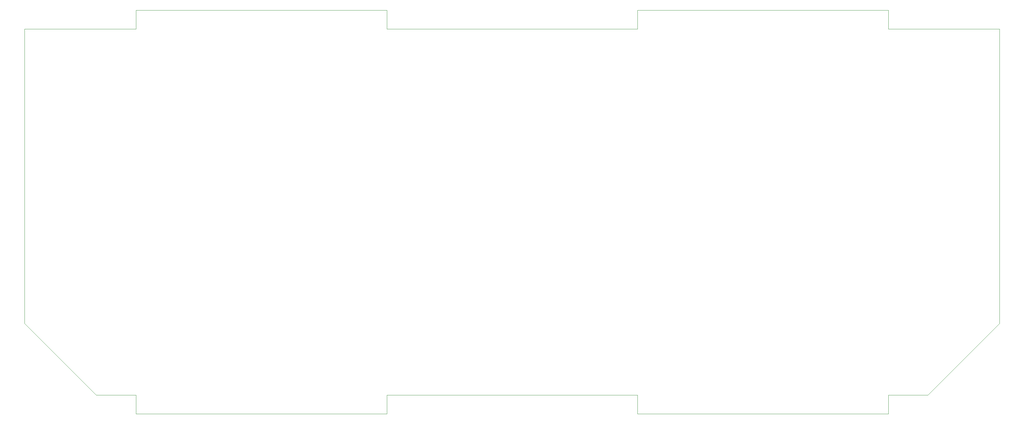
<source format=gbr>
%TF.GenerationSoftware,KiCad,Pcbnew,(6.0.5-0)*%
%TF.CreationDate,2022-06-30T23:43:57+09:00*%
%TF.ProjectId,denpa,64656e70-612e-46b6-9963-61645f706362,1*%
%TF.SameCoordinates,Original*%
%TF.FileFunction,Profile,NP*%
%FSLAX46Y46*%
G04 Gerber Fmt 4.6, Leading zero omitted, Abs format (unit mm)*
G04 Created by KiCad (PCBNEW (6.0.5-0)) date 2022-06-30 23:43:57*
%MOMM*%
%LPD*%
G01*
G04 APERTURE LIST*
%TA.AperFunction,Profile*%
%ADD10C,0.100000*%
%TD*%
G04 APERTURE END LIST*
D10*
X280715000Y-48125000D02*
X251090000Y-48125000D01*
X51070000Y-48125000D02*
X21445000Y-48125000D01*
X184420000Y-43125000D02*
X184420000Y-48125000D01*
X280715000Y-126425000D02*
X280715000Y-48125000D01*
X184420000Y-150475000D02*
X251095000Y-150475000D01*
X117745000Y-150475000D02*
X117745000Y-145475000D01*
X51070000Y-43125000D02*
X51070000Y-48125000D01*
X117745000Y-145475000D02*
X184420000Y-145475000D01*
X51070000Y-145475000D02*
X51070000Y-150475000D01*
X21445000Y-48125000D02*
X21445000Y-126425000D01*
X21445000Y-126425000D02*
X40495000Y-145475000D01*
X51070000Y-150475000D02*
X117745000Y-150475000D01*
X117745000Y-43125000D02*
X51070000Y-43125000D01*
X261665000Y-145475000D02*
X280715000Y-126425000D01*
X184420000Y-145475000D02*
X184420000Y-150475000D01*
X251090000Y-43125000D02*
X184420000Y-43125000D01*
X40495000Y-145475000D02*
X51070000Y-145475000D01*
X251095000Y-145475000D02*
X261665000Y-145475000D01*
X251090000Y-48125000D02*
X251090000Y-43125000D01*
X251095000Y-150475000D02*
X251095000Y-145475000D01*
X184420000Y-48125000D02*
X117745000Y-48125000D01*
X117745000Y-48125000D02*
X117745000Y-43125000D01*
M02*

</source>
